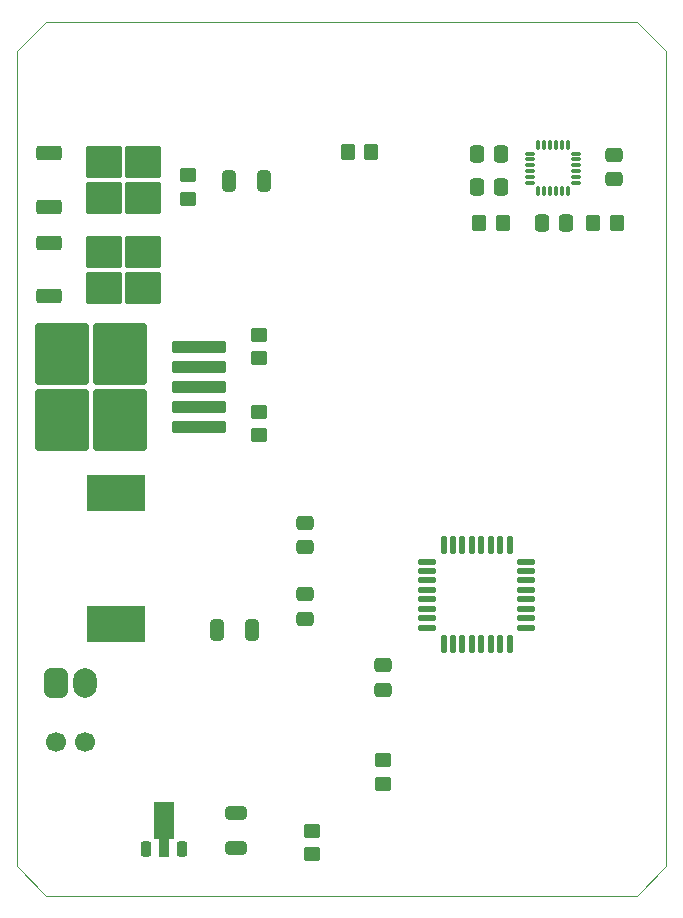
<source format=gbr>
%TF.GenerationSoftware,KiCad,Pcbnew,8.0.1-8.0.1-0~ubuntu20.04.1*%
%TF.CreationDate,2024-05-13T17:34:49+05:00*%
%TF.ProjectId,DeltaAnomalain,44656c74-6141-46e6-9f6d-616c61696e2e,rev?*%
%TF.SameCoordinates,Original*%
%TF.FileFunction,Paste,Top*%
%TF.FilePolarity,Positive*%
%FSLAX46Y46*%
G04 Gerber Fmt 4.6, Leading zero omitted, Abs format (unit mm)*
G04 Created by KiCad (PCBNEW 8.0.1-8.0.1-0~ubuntu20.04.1) date 2024-05-13 17:34:49*
%MOMM*%
%LPD*%
G01*
G04 APERTURE LIST*
G04 Aperture macros list*
%AMRoundRect*
0 Rectangle with rounded corners*
0 $1 Rounding radius*
0 $2 $3 $4 $5 $6 $7 $8 $9 X,Y pos of 4 corners*
0 Add a 4 corners polygon primitive as box body*
4,1,4,$2,$3,$4,$5,$6,$7,$8,$9,$2,$3,0*
0 Add four circle primitives for the rounded corners*
1,1,$1+$1,$2,$3*
1,1,$1+$1,$4,$5*
1,1,$1+$1,$6,$7*
1,1,$1+$1,$8,$9*
0 Add four rect primitives between the rounded corners*
20,1,$1+$1,$2,$3,$4,$5,0*
20,1,$1+$1,$4,$5,$6,$7,0*
20,1,$1+$1,$6,$7,$8,$9,0*
20,1,$1+$1,$8,$9,$2,$3,0*%
%AMFreePoly0*
4,1,9,3.862500,-0.866500,0.737500,-0.866500,0.737500,-0.450000,-0.737500,-0.450000,-0.737500,0.450000,0.737500,0.450000,0.737500,0.866500,3.862500,0.866500,3.862500,-0.866500,3.862500,-0.866500,$1*%
G04 Aperture macros list end*
%ADD10RoundRect,0.250000X-0.350000X-0.450000X0.350000X-0.450000X0.350000X0.450000X-0.350000X0.450000X0*%
%ADD11C,1.700000*%
%ADD12RoundRect,0.500000X0.500000X-0.750000X0.500000X0.750000X-0.500000X0.750000X-0.500000X-0.750000X0*%
%ADD13O,2.000000X2.500000*%
%ADD14RoundRect,0.250000X0.337500X0.475000X-0.337500X0.475000X-0.337500X-0.475000X0.337500X-0.475000X0*%
%ADD15RoundRect,0.250000X0.475000X-0.337500X0.475000X0.337500X-0.475000X0.337500X-0.475000X-0.337500X0*%
%ADD16RoundRect,0.250000X-0.850000X-0.350000X0.850000X-0.350000X0.850000X0.350000X-0.850000X0.350000X0*%
%ADD17RoundRect,0.250000X-1.275000X-1.125000X1.275000X-1.125000X1.275000X1.125000X-1.275000X1.125000X0*%
%ADD18RoundRect,0.250000X-0.325000X-0.650000X0.325000X-0.650000X0.325000X0.650000X-0.325000X0.650000X0*%
%ADD19R,5.000000X3.100000*%
%ADD20RoundRect,0.250000X-0.337500X-0.475000X0.337500X-0.475000X0.337500X0.475000X-0.337500X0.475000X0*%
%ADD21RoundRect,0.250000X2.050000X0.300000X-2.050000X0.300000X-2.050000X-0.300000X2.050000X-0.300000X0*%
%ADD22RoundRect,0.250000X2.025000X2.375000X-2.025000X2.375000X-2.025000X-2.375000X2.025000X-2.375000X0*%
%ADD23RoundRect,0.250000X0.450000X-0.350000X0.450000X0.350000X-0.450000X0.350000X-0.450000X-0.350000X0*%
%ADD24RoundRect,0.250000X0.650000X-0.325000X0.650000X0.325000X-0.650000X0.325000X-0.650000X-0.325000X0*%
%ADD25RoundRect,0.250000X-0.475000X0.337500X-0.475000X-0.337500X0.475000X-0.337500X0.475000X0.337500X0*%
%ADD26RoundRect,0.075000X-0.075000X0.350000X-0.075000X-0.350000X0.075000X-0.350000X0.075000X0.350000X0*%
%ADD27RoundRect,0.075000X-0.350000X-0.075000X0.350000X-0.075000X0.350000X0.075000X-0.350000X0.075000X0*%
%ADD28RoundRect,0.250000X0.325000X0.650000X-0.325000X0.650000X-0.325000X-0.650000X0.325000X-0.650000X0*%
%ADD29RoundRect,0.225000X0.225000X-0.425000X0.225000X0.425000X-0.225000X0.425000X-0.225000X-0.425000X0*%
%ADD30FreePoly0,90.000000*%
%ADD31RoundRect,0.125000X-0.625000X-0.125000X0.625000X-0.125000X0.625000X0.125000X-0.625000X0.125000X0*%
%ADD32RoundRect,0.125000X-0.125000X-0.625000X0.125000X-0.625000X0.125000X0.625000X-0.125000X0.625000X0*%
%ADD33RoundRect,0.250000X-0.450000X0.350000X-0.450000X-0.350000X0.450000X-0.350000X0.450000X0.350000X0*%
%TA.AperFunction,Profile*%
%ADD34C,0.050000*%
%TD*%
G04 APERTURE END LIST*
D10*
%TO.C,R6*%
X236800000Y-75500000D03*
X238800000Y-75500000D03*
%TD*%
D11*
%TO.C,J1*%
X191297349Y-119500000D03*
X193797349Y-119500000D03*
D12*
X191297349Y-114500000D03*
D13*
X193797349Y-114500000D03*
%TD*%
D14*
%TO.C,C3*%
X229037500Y-72500000D03*
X226962500Y-72500000D03*
%TD*%
D15*
%TO.C,C12*%
X212450000Y-109037500D03*
X212450000Y-106962500D03*
%TD*%
D16*
%TO.C,D1*%
X190750000Y-77195000D03*
D17*
X195375000Y-77950000D03*
X195375000Y-81000000D03*
X198725000Y-77950000D03*
X198725000Y-81000000D03*
D16*
X190750000Y-81755000D03*
%TD*%
D18*
%TO.C,C5*%
X204975000Y-110000000D03*
X207925000Y-110000000D03*
%TD*%
D19*
%TO.C,L1*%
X196450000Y-109500000D03*
X196450000Y-98400000D03*
%TD*%
D20*
%TO.C,C2*%
X232462500Y-75500000D03*
X234537500Y-75500000D03*
%TD*%
D21*
%TO.C,U4*%
X203450000Y-92800000D03*
X203450000Y-91100000D03*
X203450000Y-89400000D03*
D22*
X196725000Y-92175000D03*
X196725000Y-86625000D03*
X191875000Y-92175000D03*
X191875000Y-86625000D03*
D21*
X203450000Y-87700000D03*
X203450000Y-86000000D03*
%TD*%
D23*
%TO.C,R1*%
X208500000Y-93500000D03*
X208500000Y-91500000D03*
%TD*%
D16*
%TO.C,Q1*%
X190750000Y-69635000D03*
D17*
X195375000Y-70390000D03*
X195375000Y-73440000D03*
X198725000Y-70390000D03*
X198725000Y-73440000D03*
D16*
X190750000Y-74195000D03*
%TD*%
D24*
%TO.C,C9*%
X206600000Y-128475000D03*
X206600000Y-125525000D03*
%TD*%
D25*
%TO.C,C11*%
X212450000Y-100925000D03*
X212450000Y-103000000D03*
%TD*%
D23*
%TO.C,R7*%
X213000000Y-129000000D03*
X213000000Y-127000000D03*
%TD*%
D26*
%TO.C,U2*%
X234650000Y-68950000D03*
X234150000Y-68950000D03*
X233650000Y-68950000D03*
X233150000Y-68950000D03*
X232650000Y-68950000D03*
X232150000Y-68950000D03*
D27*
X231450000Y-69650000D03*
X231450000Y-70150000D03*
X231450000Y-70650000D03*
X231450000Y-71150000D03*
X231450000Y-71650000D03*
X231450000Y-72150000D03*
D26*
X232150000Y-72850000D03*
X232650000Y-72850000D03*
X233150000Y-72850000D03*
X233650000Y-72850000D03*
X234150000Y-72850000D03*
X234650000Y-72850000D03*
D27*
X235350000Y-72150000D03*
X235350000Y-71650000D03*
X235350000Y-71150000D03*
X235350000Y-70650000D03*
X235350000Y-70150000D03*
X235350000Y-69650000D03*
%TD*%
D28*
%TO.C,C8*%
X208925000Y-72000000D03*
X205975000Y-72000000D03*
%TD*%
D29*
%TO.C,U5*%
X199000000Y-128500000D03*
D30*
X200500000Y-128412500D03*
D29*
X202000000Y-128500000D03*
%TD*%
D14*
%TO.C,C4*%
X229037500Y-69700000D03*
X226962500Y-69700000D03*
%TD*%
D10*
%TO.C,R5*%
X227175000Y-75500000D03*
X229175000Y-75500000D03*
%TD*%
%TO.C,R4*%
X216050000Y-69500000D03*
X218050000Y-69500000D03*
%TD*%
D31*
%TO.C,U1*%
X222775000Y-104200000D03*
X222775000Y-105000000D03*
X222775000Y-105800000D03*
X222775000Y-106600000D03*
X222775000Y-107400000D03*
X222775000Y-108200000D03*
X222775000Y-109000000D03*
X222775000Y-109800000D03*
D32*
X224150000Y-111175000D03*
X224950000Y-111175000D03*
X225750000Y-111175000D03*
X226550000Y-111175000D03*
X227350000Y-111175000D03*
X228150000Y-111175000D03*
X228950000Y-111175000D03*
X229750000Y-111175000D03*
D31*
X231125000Y-109800000D03*
X231125000Y-109000000D03*
X231125000Y-108200000D03*
X231125000Y-107400000D03*
X231125000Y-106600000D03*
X231125000Y-105800000D03*
X231125000Y-105000000D03*
X231125000Y-104200000D03*
D32*
X229750000Y-102825000D03*
X228950000Y-102825000D03*
X228150000Y-102825000D03*
X227350000Y-102825000D03*
X226550000Y-102825000D03*
X225750000Y-102825000D03*
X224950000Y-102825000D03*
X224150000Y-102825000D03*
%TD*%
D15*
%TO.C,C1*%
X238600000Y-71837500D03*
X238600000Y-69762500D03*
%TD*%
D23*
%TO.C,R2*%
X208500000Y-87000000D03*
X208500000Y-85000000D03*
%TD*%
D25*
%TO.C,C10*%
X219000000Y-112962500D03*
X219000000Y-115037500D03*
%TD*%
D33*
%TO.C,R8*%
X219000000Y-121000000D03*
X219000000Y-123000000D03*
%TD*%
D23*
%TO.C,R3*%
X202500000Y-73500000D03*
X202500000Y-71500000D03*
%TD*%
D34*
X243000000Y-130000000D02*
X240500000Y-132500000D01*
X188000000Y-130000000D02*
X188000000Y-61000000D01*
X240500000Y-58500000D02*
X243000000Y-61000000D01*
X190500000Y-132500000D02*
X188000000Y-130000000D01*
X240500000Y-132500000D02*
X190500000Y-132500000D01*
X188000000Y-61000000D02*
X190500000Y-58500000D01*
X243000000Y-61000000D02*
X243000000Y-130000000D01*
X190500000Y-58500000D02*
X240500000Y-58500000D01*
M02*

</source>
